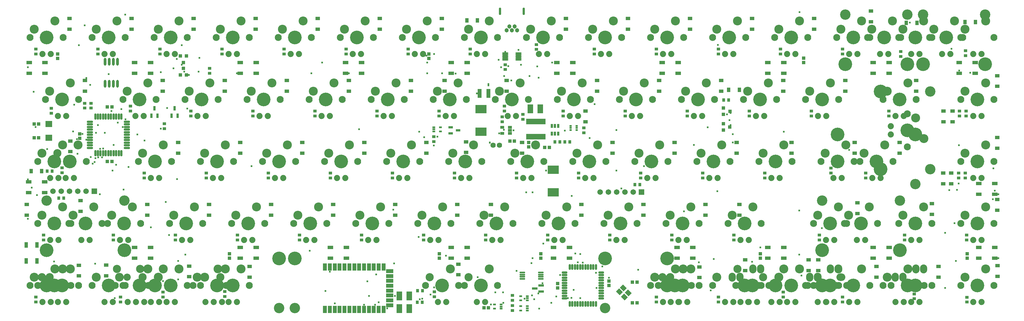
<source format=gbr>
%FSTAX23Y23*%
%MOIN*%
%SFA1B1*%

%IPPOS*%
%AMD83*
4,1,4,-0.041800,0.002800,0.002800,-0.041800,0.041800,-0.002800,-0.002800,0.041800,-0.041800,0.002800,0.0*
%
%ADD77R,0.035559X0.043433*%
%ADD78R,0.043433X0.035559*%
%ADD79R,0.056031X0.043827*%
%ADD80R,0.043429X0.067059*%
%ADD81R,0.043433X0.039496*%
%ADD82R,0.067055X0.110362*%
G04~CAMADD=83~9~0.0~0.0~631.2~552.4~0.0~0.0~0~0.0~0.0~0.0~0.0~0~0.0~0.0~0.0~0.0~0~0.0~0.0~0.0~135.0~836.0~835.0*
%ADD83D83*%
%ADD84O,0.029653X0.076897*%
%ADD85O,0.076897X0.029653*%
%ADD86O,0.029653X0.070992*%
%ADD87O,0.070992X0.029653*%
%ADD88R,0.035559X0.019811*%
%ADD89R,0.043827X0.056031*%
%ADD90R,0.039496X0.043433*%
%ADD91R,0.051307X0.110362*%
%ADD92R,0.031622X0.053275*%
%ADD93R,0.053275X0.031622*%
%ADD94R,0.137921X0.102488*%
%ADD95O,0.031622X0.094614*%
%ADD96O,0.069023X0.021779*%
%ADD97O,0.074929X0.019811*%
%ADD98R,0.027685X0.023748*%
%ADD99R,0.035559X0.023748*%
%ADD100R,0.078866X0.074929*%
%ADD101R,0.067059X0.043429*%
%ADD102R,0.043433X0.039496*%
%ADD103R,0.051307X0.033590*%
%ADD104R,0.232409X0.070992*%
%ADD105R,0.031622X0.051307*%
%ADD106R,0.039496X0.043433*%
%ADD107R,0.047370X0.086740*%
%ADD108R,0.086740X0.047370*%
%ADD109R,0.067055X0.031622*%
%ADD110C,0.074000*%
%ADD111C,0.165500*%
%ADD112C,0.051307*%
%ADD113O,0.029653X0.090677*%
%ADD114R,0.067055X0.067055*%
%ADD115C,0.067055*%
%ADD116C,0.064000*%
%ADD117O,0.086740X0.108000*%
%ADD118C,0.084000*%
%ADD119C,0.108000*%
%ADD120O,0.108000X0.090677*%
%ADD121O,0.094614X0.108000*%
%ADD122C,0.098551*%
%ADD123C,0.104456*%
%ADD124C,0.104653*%
%ADD125C,0.086740*%
%ADD126C,0.126110*%
%ADD127C,0.165500*%
%ADD128C,0.074000*%
%ADD129C,0.084000*%
%ADD130C,0.108000*%
%ADD131C,0.023787*%
%LNquadcube_65_pcb_soldermask_bot-1*%
%LPD*%
G54D77*
X11968Y06804D03*
X12027D03*
X09401Y05523D03*
X09342D03*
X09398Y05382D03*
X09339D03*
X05004Y06641D03*
X05063D03*
X04923Y06968D03*
X04864D03*
X13042Y0783D03*
X13101D03*
X11121Y07323D03*
X1118D03*
X11002D03*
X11062D03*
G54D78*
X11351Y07433D03*
Y07492D03*
X07011Y05512D03*
Y05453D03*
X06263Y05505D03*
Y05446D03*
X0575D03*
Y05387D03*
X06826Y08153D03*
Y08212D03*
X10401Y08257D03*
Y08198D03*
X10487Y05283D03*
Y05342D03*
X15891Y07636D03*
Y07695D03*
X14477Y08446D03*
Y08386D03*
X10487Y05406D03*
Y05465D03*
X06281Y07541D03*
Y07482D03*
X05394Y07731D03*
Y0779D03*
X05317Y07731D03*
Y0779D03*
X15881Y06886D03*
Y06945D03*
X10363Y07566D03*
Y07625D03*
X09537Y07384D03*
Y07325D03*
X14758Y06946D03*
Y06886D03*
X14336Y07004D03*
Y06945D03*
X1376Y05504D03*
Y05445D03*
X12977Y05446D03*
Y05386D03*
X04727Y05446D03*
Y05386D03*
X05665Y06196D03*
Y06136D03*
X04821Y06196D03*
Y06136D03*
X05045Y07008D03*
Y06949D03*
X14477Y05446D03*
Y05386D03*
X15343Y05483D03*
Y05424D03*
X15227Y06196D03*
Y06136D03*
X14196Y06196D03*
Y06136D03*
X12227Y05446D03*
Y05386D03*
X09543Y05509D03*
Y0545D03*
X15038Y07696D03*
Y07636D03*
X15979Y06195D03*
Y06136D03*
X15981Y05443D03*
Y05384D03*
X10163Y06196D03*
Y06136D03*
X09413Y06196D03*
Y06136D03*
X06413Y06196D03*
Y06136D03*
X07163Y06196D03*
Y06136D03*
X08663Y06196D03*
Y06136D03*
X07913Y06196D03*
Y06136D03*
X10913Y06196D03*
Y06136D03*
X11663Y06196D03*
Y06136D03*
X12413Y06196D03*
Y06136D03*
X13163Y06196D03*
Y06136D03*
X12601Y07696D03*
Y07636D03*
X13351Y07696D03*
Y07636D03*
X14101Y07696D03*
Y07636D03*
X12226Y08446D03*
Y08386D03*
X12976Y08446D03*
Y08386D03*
X13726Y08446D03*
Y08386D03*
X12788Y06946D03*
Y06886D03*
X13538Y06946D03*
Y06886D03*
X12038Y06946D03*
Y06886D03*
X11288Y06946D03*
Y06886D03*
X04915Y07728D03*
Y07669D03*
X08101Y07696D03*
Y07636D03*
X08851Y07696D03*
Y07636D03*
X07351Y07696D03*
Y07636D03*
X06601Y07696D03*
Y07636D03*
X06788Y06946D03*
Y06886D03*
X07538Y06946D03*
Y06886D03*
X06038Y06946D03*
Y06886D03*
X09226Y08446D03*
Y08386D03*
X08476Y08446D03*
Y08386D03*
X06976Y08446D03*
Y08386D03*
X08288Y06946D03*
Y06886D03*
X09038Y06946D03*
Y06886D03*
X10538Y06946D03*
Y06886D03*
X09788Y06946D03*
Y06886D03*
X05871Y07754D03*
Y07695D03*
X09601Y07696D03*
Y07636D03*
X10392Y07754D03*
Y07695D03*
X11851Y07696D03*
Y07636D03*
X11101Y07696D03*
Y07636D03*
X11476Y08446D03*
Y08386D03*
X10776Y085D03*
Y08441D03*
X09976Y08446D03*
Y08386D03*
X07726Y08446D03*
Y08386D03*
X06226Y08446D03*
Y08386D03*
X05476Y08446D03*
Y08386D03*
X04726Y08446D03*
Y08386D03*
X10615Y07654D03*
Y07595D03*
X15972Y07695D03*
Y07636D03*
X15962Y06945D03*
Y06886D03*
X15182Y08415D03*
Y08356D03*
X15964Y08425D03*
Y08366D03*
G54D79*
X14625Y07315D03*
Y07186D03*
X14658Y06585D03*
Y06456D03*
X14185Y05765D03*
Y05894D03*
X12747Y0581D03*
Y05681D03*
X14886Y05815D03*
Y05686D03*
X09833Y05842D03*
Y05714D03*
X07311Y05815D03*
Y05686D03*
X15806Y07696D03*
Y07567D03*
X15697Y07696D03*
Y07567D03*
X14821Y08904D03*
Y08776D03*
X15792Y06946D03*
Y06817D03*
X15694Y06946D03*
Y06817D03*
X04617Y06565D03*
Y06436D03*
X15167Y07315D03*
Y07186D03*
X14067Y05894D03*
Y05765D03*
X13301Y05894D03*
Y05765D03*
X06581Y0582D03*
Y05691D03*
X05578Y05831D03*
Y05702D03*
X06074Y06565D03*
Y06436D03*
X05246Y0583D03*
Y05701D03*
X05145Y07333D03*
Y07204D03*
X15636Y05815D03*
Y05686D03*
X15558Y06575D03*
Y06446D03*
X15369Y08066D03*
Y07937D03*
X16348Y06624D03*
Y06495D03*
X1635Y05826D03*
Y05697D03*
X10229Y06565D03*
Y06436D03*
X09822Y06565D03*
Y06436D03*
X06822Y06565D03*
Y06436D03*
X07572Y06565D03*
Y06436D03*
X09072Y06565D03*
Y06436D03*
X08322Y06565D03*
Y06436D03*
X11322Y06565D03*
Y06436D03*
X12072Y06565D03*
Y06436D03*
X12822Y06565D03*
Y06436D03*
X13231Y06566D03*
Y06437D03*
X1226Y08065D03*
Y07936D03*
X1301Y08065D03*
Y07936D03*
X1376Y08065D03*
Y07936D03*
X1451Y08065D03*
Y07936D03*
X12635Y08815D03*
Y08686D03*
X13385Y08815D03*
Y08686D03*
X14135Y08815D03*
Y08686D03*
X13197Y07315D03*
Y07186D03*
X13862Y07315D03*
Y07186D03*
X12447Y07315D03*
Y07186D03*
X11697Y07315D03*
Y07186D03*
X05322Y08065D03*
Y07936D03*
X0851Y08065D03*
Y07936D03*
X0926Y08065D03*
Y07936D03*
X0776Y08065D03*
Y07936D03*
X0701Y08065D03*
Y07936D03*
X07197Y07315D03*
Y07186D03*
X07947Y07315D03*
Y07186D03*
X06447Y07315D03*
Y07186D03*
X09635Y08815D03*
Y08686D03*
X08885Y08815D03*
Y08686D03*
X07385Y08815D03*
Y08686D03*
X08697Y07315D03*
Y07186D03*
X09929Y07323D03*
Y07194D03*
X0626Y08065D03*
Y07936D03*
X09668Y08065D03*
Y07936D03*
X10419Y08065D03*
Y07936D03*
X1151Y08065D03*
Y07936D03*
X11885Y08815D03*
Y08686D03*
X11135Y08815D03*
Y08686D03*
X08135Y08815D03*
Y08686D03*
X06635Y08815D03*
Y08686D03*
X05885Y08815D03*
Y08686D03*
X05135Y08815D03*
Y08686D03*
X10604Y07316D03*
Y07187D03*
X11371Y07566D03*
Y07695D03*
X09447Y07315D03*
Y07186D03*
X05267Y06611D03*
Y06482D03*
X16349Y08123D03*
Y07994D03*
X16347Y07374D03*
Y07245D03*
G54D80*
X04612Y06075D03*
X04742D03*
X04612Y05882D03*
X04742D03*
G54D81*
X11035Y05554D03*
Y05609D03*
X11655Y0564D03*
Y05585D03*
X10685Y07262D03*
Y07317D03*
X07069Y05969D03*
Y05914D03*
X13484Y05969D03*
Y05914D03*
X09603Y05915D03*
Y0597D03*
X05258Y0742D03*
Y07365D03*
X1083Y05969D03*
Y05914D03*
X0499Y08386D03*
Y08331D03*
X09479Y08386D03*
Y08331D03*
X15985Y05969D03*
Y05914D03*
X14008Y08281D03*
Y08336D03*
G54D82*
X10823Y07721D03*
X10705D03*
X09122Y05459D03*
X0924D03*
X09122Y05307D03*
X0924D03*
G54D83*
X11889Y05495D03*
X11828Y05556D03*
X11781Y05508D03*
X11842Y05447D03*
G54D84*
X05446Y07186D03*
X05478D03*
X05509D03*
X05541D03*
X05572D03*
X05604D03*
X05635D03*
X05667D03*
X05698D03*
X0573D03*
X05761D03*
Y0763D03*
X0573D03*
X05698D03*
X05667D03*
X05635D03*
X05604D03*
X05572D03*
X05541D03*
X05509D03*
X05478D03*
X05446D03*
G54D85*
X05826Y0725D03*
Y07282D03*
Y07313D03*
Y07345D03*
Y07376D03*
Y07408D03*
Y07439D03*
Y07471D03*
Y07502D03*
Y07534D03*
Y07565D03*
X05381D03*
Y07534D03*
Y07502D03*
Y07471D03*
Y07439D03*
Y07408D03*
Y07376D03*
Y07345D03*
Y07313D03*
Y07282D03*
Y0725D03*
G54D86*
X11181Y05363D03*
X11212D03*
X11244D03*
X11275D03*
X11307D03*
X11338D03*
X1137D03*
X11401D03*
X11433D03*
X11464D03*
X11496D03*
Y05808D03*
X11464D03*
X11433D03*
X11401D03*
X1137D03*
X11338D03*
X11307D03*
X11275D03*
X11244D03*
X11212D03*
X11181D03*
G54D87*
X11561Y05428D03*
Y05459D03*
Y05491D03*
Y05522D03*
Y05554D03*
Y05585D03*
Y05617D03*
Y05648D03*
Y0568D03*
Y05711D03*
Y05743D03*
X11116D03*
Y05711D03*
Y0568D03*
Y05648D03*
Y05617D03*
Y05585D03*
Y05554D03*
Y05522D03*
Y05491D03*
Y05459D03*
Y05428D03*
G54D88*
X1027Y05355D03*
Y05304D03*
X10351D03*
Y05329D03*
Y05355D03*
X10586Y05334D03*
Y05283D03*
X10667D03*
Y05309D03*
Y05334D03*
X10586Y05457D03*
Y05406D03*
X10667D03*
Y05432D03*
Y05457D03*
G54D89*
X04799Y06968D03*
X0467D03*
X13101Y07952D03*
X1323D03*
X10065Y08791D03*
X09936D03*
X15378Y08763D03*
X15249D03*
X16085Y08772D03*
X15956D03*
G54D90*
X04706Y0754D03*
X04761D03*
X04707Y07371D03*
X04762D03*
X05592Y07085D03*
X05647D03*
Y07746D03*
X05592D03*
X10457Y07331D03*
X10512D03*
X10879Y07254D03*
X10935D03*
X11995Y05626D03*
X11939D03*
Y05374D03*
X11995D03*
X10143Y05315D03*
X10198D03*
G54D91*
X1009Y07909D03*
X10196D03*
G54D92*
X0616Y07728D03*
X06123Y07639D03*
X06197D03*
X06404Y07728D03*
X06367Y07639D03*
X06441D03*
G54D93*
X0983Y07462D03*
X09742Y075D03*
Y07425D03*
G54D94*
X10982Y06985D03*
Y06711D03*
X10106Y07719D03*
Y07445D03*
G54D95*
X05564Y08292D03*
X05614D03*
X05664D03*
X05714D03*
X05564Y08024D03*
X05614D03*
X05664D03*
X05714D03*
G54D96*
X10832Y05743D03*
Y05717D03*
Y05691D03*
Y05666D03*
X10606Y05743D03*
Y05717D03*
Y05691D03*
Y05666D03*
G54D97*
X10562Y08395D03*
Y08375D03*
Y08356D03*
Y08336D03*
Y08316D03*
X10401Y08395D03*
Y08375D03*
Y08356D03*
Y08336D03*
Y08316D03*
G54D98*
X11265Y07517D03*
Y07492D03*
Y07466D03*
X1119D03*
Y07492D03*
Y07517D03*
G54D99*
X09618Y07448D03*
Y075D03*
X09537D03*
Y07474D03*
Y07448D03*
G54D100*
X04884Y07371D03*
Y0754D03*
G54D101*
X16317Y06818D03*
Y06688D03*
X16124Y06818D03*
Y06688D03*
X06114Y06044D03*
Y05914D03*
X05922Y06044D03*
Y05914D03*
X07197D03*
Y06044D03*
X0739Y05914D03*
Y06044D03*
X0848D03*
Y05914D03*
X08287Y06044D03*
Y05914D03*
X09748D03*
Y06044D03*
X09941Y05914D03*
Y06044D03*
X11177D03*
Y05914D03*
X10984Y06044D03*
Y05914D03*
X12476D03*
Y06044D03*
X12668Y05914D03*
Y06044D03*
X13767D03*
Y05914D03*
X13574Y06044D03*
Y05914D03*
X14849D03*
Y06044D03*
X15042Y05914D03*
Y06044D03*
X16317D03*
Y05914D03*
X16125Y06044D03*
Y05914D03*
X15888Y08151D03*
Y08281D03*
X16081Y08151D03*
Y08281D03*
X15042D03*
Y08151D03*
X14849Y08281D03*
Y08151D03*
X13574D03*
Y08281D03*
X13767Y08151D03*
Y08281D03*
X12491D03*
Y08151D03*
X12298Y08281D03*
Y08151D03*
X11023D03*
Y08281D03*
X11216Y08151D03*
Y08281D03*
X09941D03*
Y08151D03*
X09748Y08281D03*
Y08151D03*
X08472D03*
Y08281D03*
X08665Y08151D03*
Y08281D03*
X0739D03*
Y08151D03*
X07197Y08281D03*
Y08151D03*
X05922D03*
Y08281D03*
X06114Y08151D03*
Y08281D03*
X04839D03*
Y08151D03*
X04646Y08281D03*
Y08151D03*
X04835Y06838D03*
Y06708D03*
X04642Y06838D03*
Y06708D03*
G54D102*
X13115Y07503D03*
X13036Y07541D03*
Y07466D03*
X13116Y07693D03*
X13037Y07731D03*
Y07656D03*
G54D103*
X10457Y075D03*
Y07463D03*
Y07426D03*
X10363D03*
Y075D03*
G54D104*
X10771Y07384D03*
Y07569D03*
G54D105*
X10965Y07517D03*
X11002D03*
X1104D03*
Y07423D03*
X11002D03*
X10965D03*
G54D106*
X06549Y08133D03*
X06474D03*
Y08361D03*
X06549D03*
X06511Y08282D03*
Y08212D03*
G54D107*
X08222Y05809D03*
X08281D03*
X08931D03*
X08399D03*
X0834D03*
X08576D03*
X08635D03*
X08517D03*
X08458D03*
X08694D03*
X08753D03*
X08872D03*
X08812D03*
Y05297D03*
X08872D03*
X08753D03*
X08694D03*
X08458D03*
X08517D03*
X08635D03*
X08576D03*
X0834D03*
X08399D03*
X08931D03*
X08281D03*
X08222D03*
G54D108*
X09003Y05405D03*
Y05346D03*
Y05523D03*
Y05582D03*
Y05759D03*
Y057D03*
Y05641D03*
Y05464D03*
G54D109*
X10833Y05587D03*
Y05512D03*
X10758Y0555D03*
G54D110*
X15062Y07411D03*
X05001Y06886D03*
X05844Y06136D03*
X05188Y06886D03*
X15032Y08386D03*
X15407D03*
X14938Y06886D03*
X15218Y07636D03*
X05376Y06136D03*
X05001D03*
X16157Y08386D03*
X15782D03*
X14657D03*
X05838Y05386D03*
X14751Y06136D03*
X14376D03*
X07157Y05386D03*
X10157D03*
X12601D03*
X12401D03*
X09688D03*
X13719D03*
X14376D03*
X14176D03*
X13244D03*
X13907D03*
X14657D03*
X13444D03*
X13157D03*
X15307D03*
X14557D03*
X13807D03*
X15119D03*
X14276D03*
X13057D03*
X14276Y06136D03*
X15118Y07636D03*
X15062Y07511D03*
X14838Y06886D03*
X14369D03*
X12307Y05386D03*
X13338D03*
X13619D03*
X14282D03*
X12501D03*
X10057D03*
X12494D03*
X13344D03*
X09588D03*
X07057D03*
X06876D03*
X05938D03*
X06307D03*
X05557D03*
X06119D03*
X04807D03*
X05276Y06136D03*
X05744D03*
X04994Y05386D03*
X05088Y06886D03*
X04901Y06136D03*
Y06886D03*
X15307Y08386D03*
X15682D03*
X16057D03*
X14651Y06136D03*
X14932Y08386D03*
X14557D03*
X14469Y06886D03*
X15219Y05386D03*
X15407D03*
X04907D03*
X05094D03*
X05657D03*
X06407D03*
X06219D03*
X06038D03*
X06976D03*
X06776D03*
G54D111*
X04951Y07086D03*
X15732Y08586D03*
X15357Y05586D03*
X14607D03*
X13857D03*
X15263D03*
X14326D03*
Y06336D03*
X15168Y07836D03*
X15262Y07461D03*
X14888Y07086D03*
X14419D03*
X12357Y05586D03*
X13388D03*
X13669D03*
X14232D03*
X12451D03*
X10107Y05586D03*
X12544Y05586D03*
X13294D03*
X09638D03*
X07107D03*
X06919D03*
X06357D03*
X05607D03*
X06169D03*
X04857D03*
X05982D03*
X05326Y06336D03*
X05794D03*
X05044Y05586D03*
X04951D03*
X05138Y07086D03*
X04951Y06336D03*
X15357Y08586D03*
X14701Y06336D03*
X14982Y08586D03*
X14607D03*
X15358Y07411D03*
X14418D03*
X12356Y05911D03*
X14231Y06011D03*
X15171D03*
X11608Y05911D03*
X07856D03*
X07668D03*
X14512Y08261D03*
X15262D03*
X14937Y07931D03*
X15452Y08261D03*
X16202D03*
X14937Y06991D03*
X05796Y06011D03*
X04856D03*
G54D112*
X10513Y0872D03*
X1045D03*
X10545Y08673D03*
X10419D03*
X10482D03*
G54D113*
X10625Y08903D03*
X10338D03*
G54D114*
X05434Y06724D03*
X12048Y06715D03*
G54D115*
X05334Y06724D03*
X05234D03*
X05134D03*
X05034D03*
X04934D03*
X11948Y06715D03*
X11848D03*
X11748D03*
X11648D03*
X11548D03*
G54D116*
X10332Y07281D03*
X10253D03*
G54D117*
X15457Y05786D03*
X15207Y05686D03*
X15113D03*
X15363Y05786D03*
X13488D03*
X13238Y05686D03*
X14332Y05786D03*
X14082Y05686D03*
X13144D03*
X13394Y05786D03*
G54D118*
X15557Y05586D03*
X14407D03*
X14807D03*
X14057D03*
X15463D03*
X15063D03*
X14969D03*
X14526D03*
X14126D03*
X12907D03*
X14126Y06336D03*
X14526D03*
X14968Y07836D03*
X15368D03*
X15262Y07661D03*
Y07261D03*
X14688Y07086D03*
X15088D03*
X14219D03*
X14619D03*
X12157Y05586D03*
X13188D03*
X13588D03*
X13469D03*
X14032D03*
X14432D03*
X12651D03*
X12251D03*
X09907D03*
X10307D03*
X12744D03*
X09438Y05587D03*
X09838D03*
X13494Y05586D03*
X07307D03*
X06719D03*
X07026D03*
X06626D03*
X05688D03*
X06088D03*
X06557D03*
X05807D03*
X05407D03*
X04657D03*
X05782D03*
X05526Y06336D03*
X05126D03*
X05994D03*
X05594D03*
X05244Y05586D03*
X04751D03*
X05151D03*
X05338Y07086D03*
X05151Y06336D03*
X04751D03*
Y07086D03*
X15157Y08586D03*
X15557D03*
X15532D03*
X15932D03*
X15907D03*
X16307D03*
X14501Y06336D03*
X14901D03*
X15182Y08586D03*
X14782D03*
X14407D03*
X14807D03*
G54D119*
X14707Y05786D03*
X13957D03*
X13707Y05686D03*
X15269Y05786D03*
X15019Y05686D03*
X12957D03*
X14426Y06536D03*
X14176Y06436D03*
X15268Y08036D03*
X15018Y07936D03*
X15462Y07361D03*
X15362Y07611D03*
X14988Y07286D03*
X14738Y07186D03*
X14519Y07286D03*
X14269Y07186D03*
X12457Y05786D03*
X12207Y05686D03*
X13769Y05786D03*
X12551D03*
X10207D03*
X12644D03*
X09738D03*
X07207D03*
X06769Y05686D03*
X07019Y05786D03*
X06676Y05686D03*
X06457Y05786D03*
X06207Y05686D03*
X05457D03*
X06269Y05786D03*
X04707Y05686D03*
X04957Y05786D03*
X06082D03*
X05176Y06436D03*
X05426Y06536D03*
X05644Y06436D03*
X05894Y06536D03*
X05144Y05786D03*
X05051D03*
X05238Y07286D03*
X04801Y06436D03*
X05051Y06536D03*
X04801Y07186D03*
X05051Y07286D03*
X15457Y08786D03*
X15207Y08686D03*
X15832Y08786D03*
X15582Y08686D03*
X16207Y08786D03*
X15957Y08686D03*
X14801Y06536D03*
X14551Y06436D03*
X14832Y08686D03*
X15082Y08786D03*
X14707D03*
X14457Y08686D03*
G54D120*
X14457Y05686D03*
G54D121*
X14176Y05686D03*
X14426Y05786D03*
G54D122*
X13207Y05786D03*
X13519Y05686D03*
X12301D03*
X09957D03*
X12394D03*
X09488D03*
X06957D03*
X05988Y05786D03*
X05707D03*
X06019Y05686D03*
X04894D03*
X04801D03*
X04988Y07186D03*
G54D123*
X06926Y05786D03*
G54D124*
X05738Y05686D03*
G54D125*
X05832Y05686D03*
G54D126*
X11608Y05311D03*
X15171Y06611D03*
X15358Y06811D03*
X07668Y05311D03*
X07856D03*
X14512Y08861D03*
X15262D03*
X16202D03*
X15537Y06991D03*
X15452Y08861D03*
X15537Y07931D03*
X05796Y06611D03*
X04856D03*
X14231D03*
G54D127*
X16107Y07836D03*
Y07086D03*
X11043Y06336D03*
X11793D03*
X10293D03*
X09543D03*
X12543D03*
X13293D03*
X15357D03*
X08231Y07836D03*
X08981D03*
X07481D03*
X06731D03*
X09731D03*
X10481D03*
X11981D03*
X11231D03*
X06918Y07086D03*
X07668D03*
X06168D03*
X12731Y07836D03*
X13481D03*
X14231D03*
X12356Y08586D03*
X13106D03*
X11606D03*
X10856D03*
X13856D03*
X09356D03*
X10106D03*
X08606D03*
X07856D03*
X04856D03*
X05606D03*
X07106D03*
X06356D03*
X06543Y06336D03*
X07293D03*
X08793D03*
X08043D03*
X12918Y07086D03*
X13668D03*
X12168D03*
X11418D03*
X08418D03*
X09168D03*
X10668D03*
X09918D03*
X05043Y07836D03*
X05981D03*
X16107Y05586D03*
Y06336D03*
G54D128*
X16157Y07636D03*
X16057D03*
Y06886D03*
X16157D03*
X11093Y06136D03*
X10993D03*
X11743D03*
X11843D03*
X10343D03*
X10243D03*
X09493D03*
X09593D03*
X12593D03*
X12493D03*
X13243D03*
X13343D03*
X15407D03*
X15307D03*
X08181Y07636D03*
X08281D03*
X09031D03*
X08931D03*
X07431D03*
X07531D03*
X06781D03*
X06681D03*
X09681D03*
X09781D03*
X10531D03*
X10431D03*
X11931D03*
X12031D03*
X11281D03*
X11181D03*
X06868Y06886D03*
X06968D03*
X07718D03*
X07618D03*
X06118D03*
X06218D03*
X12781Y07636D03*
X12681D03*
X13431D03*
X13531D03*
X14281D03*
X14181D03*
X12306Y08386D03*
X12406D03*
X13156D03*
X13056D03*
X11556D03*
X11656D03*
X10906D03*
X10806D03*
X13806D03*
X13906D03*
X09406D03*
X09306D03*
X10056D03*
X10156D03*
X08656D03*
X08556D03*
X07806D03*
X07906D03*
X04906D03*
X04806D03*
X05556D03*
X05656D03*
X07156D03*
X07056D03*
X06306D03*
X06406D03*
X06593Y06136D03*
X06493D03*
X07243D03*
X07343D03*
X08843D03*
X08743D03*
X07993D03*
X08093D03*
X12968Y06886D03*
X12868D03*
X13618D03*
X13718D03*
X12218D03*
X12118D03*
X11368D03*
X11468D03*
X08468D03*
X08368D03*
X09118D03*
X09218D03*
X10718D03*
X10618D03*
X09868D03*
X09968D03*
X05093Y07636D03*
X04993D03*
X05931D03*
X06031D03*
X16157Y05386D03*
X16057D03*
Y06136D03*
X16157D03*
G54D129*
X16307Y07836D03*
X15907D03*
Y07086D03*
X16307D03*
X11243Y06336D03*
X10843D03*
X11593D03*
X11993D03*
X10493D03*
X10093D03*
X09343D03*
X09743D03*
X12743D03*
X12343D03*
X13093D03*
X13493D03*
X15557D03*
X15157D03*
X08031Y07836D03*
X08431D03*
X09181D03*
X08781D03*
X07281D03*
X07681D03*
X06931D03*
X06531D03*
X09531D03*
X09931D03*
X10681D03*
X10281D03*
X11781D03*
X12181D03*
X11431D03*
X11031D03*
X06718Y07086D03*
X07118D03*
X07868D03*
X07468D03*
X05968D03*
X06368D03*
X12931Y07836D03*
X12531D03*
X13281D03*
X13681D03*
X14431D03*
X14031D03*
X12156Y08586D03*
X12556D03*
X13306D03*
X12906D03*
X11406D03*
X11806D03*
X11056D03*
X10656D03*
X13656D03*
X14056D03*
X09556D03*
X09156D03*
X09906D03*
X10306D03*
X08806D03*
X08406D03*
X07656D03*
X08056D03*
X05056D03*
X04656D03*
X05406D03*
X05806D03*
X07306D03*
X06906D03*
X06156D03*
X06556D03*
X06743Y06336D03*
X06343D03*
X07093D03*
X07493D03*
X08993D03*
X08593D03*
X07843D03*
X08243D03*
X13118Y07086D03*
X12718D03*
X13468D03*
X13868D03*
X12368D03*
X11968D03*
X11218D03*
X11618D03*
X08618D03*
X08218D03*
X08968D03*
X09368D03*
X10868D03*
X10468D03*
X09718D03*
X10118D03*
X05243Y07836D03*
X04843D03*
X05781D03*
X06181D03*
X16307Y05586D03*
X15907D03*
Y06336D03*
X16307D03*
G54D130*
X16207Y08036D03*
X15957Y07936D03*
Y07186D03*
X16207Y07286D03*
X11143Y06536D03*
X10893Y06436D03*
X11643D03*
X11893Y06536D03*
X10393D03*
X10143Y06436D03*
X09393D03*
X09643Y06536D03*
X12643D03*
X12393Y06436D03*
X13143D03*
X13393Y06536D03*
X15457D03*
X15207Y06436D03*
X08081Y07936D03*
X08331Y08036D03*
X09081D03*
X08831Y07936D03*
X07331D03*
X07581Y08036D03*
X06831D03*
X06581Y07936D03*
X09581D03*
X09831Y08036D03*
X10581D03*
X10331Y07936D03*
X11831D03*
X12081Y08036D03*
X11331D03*
X11081Y07936D03*
X06768Y07186D03*
X07018Y07286D03*
X07768D03*
X07518Y07186D03*
X06018D03*
X06268Y07286D03*
X12831Y08036D03*
X12581Y07936D03*
X13331D03*
X13581Y08036D03*
X14331D03*
X14081Y07936D03*
X12206Y08686D03*
X12456Y08786D03*
X13206D03*
X12956Y08686D03*
X11456D03*
X11706Y08786D03*
X10956D03*
X10706Y08686D03*
X13706D03*
X13956Y08786D03*
X09456D03*
X09206Y08686D03*
X09956D03*
X10206Y08786D03*
X08706D03*
X08456Y08686D03*
X07706D03*
X07956Y08786D03*
X04956D03*
X04706Y08686D03*
X05456D03*
X05706Y08786D03*
X07206D03*
X06956Y08686D03*
X06206D03*
X06456Y08786D03*
X06643Y06536D03*
X06393Y06436D03*
X07143D03*
X07393Y06536D03*
X08893D03*
X08643Y06436D03*
X07893D03*
X08143Y06536D03*
X13018Y07286D03*
X12768Y07186D03*
X13518D03*
X13768Y07286D03*
X12268D03*
X12018Y07186D03*
X11268D03*
X11518Y07286D03*
X08518D03*
X08268Y07186D03*
X09018D03*
X09268Y07286D03*
X10768D03*
X10518Y07186D03*
X09768D03*
X10018Y07286D03*
X05143Y08036D03*
X04893Y07936D03*
X05831D03*
X06081Y08036D03*
X16207Y05786D03*
X15957Y05686D03*
Y06436D03*
X16207Y06536D03*
G54D131*
X15847Y05883D03*
X16317Y06732D03*
X16301Y07002D03*
X10592Y08254D03*
X10385Y0747D03*
X10654Y06711D03*
X1073Y05914D03*
X06694Y08171D03*
X04948Y05876D03*
X04864Y07236D03*
X11482Y0778D03*
X10536Y05763D03*
X12007Y05776D03*
X10802Y0549D03*
X10378Y05375D03*
X0649Y08254D03*
Y08492D03*
X05249D03*
X0519Y07772D03*
X10562Y08435D03*
X06391Y08212D03*
X11159Y05431D03*
X0884Y0572D03*
X12848Y075D03*
X10959Y05377D03*
X10724Y05466D03*
X05811Y07595D03*
X06118Y06288D03*
X13956Y08891D03*
X05806Y08862D03*
X05761Y07718D03*
X16293Y06629D03*
X12964Y06726D03*
X05607Y08143D03*
X05717Y07554D03*
X14559Y07224D03*
X1268Y07286D03*
X13768Y07444D03*
X09049Y06501D03*
X08635Y07474D03*
X11496Y05739D03*
X0936Y07447D03*
X12077Y07028D03*
X14229Y06278D03*
X05848Y0702D03*
X06297Y06597D03*
X05698Y07045D03*
X1297Y08495D03*
X1256Y06483D03*
X05667Y07286D03*
X05336Y07349D03*
X04677Y06769D03*
X13082Y07656D03*
X12885Y05526D03*
X10789Y08235D03*
X11338Y05863D03*
X11307Y05967D03*
X15884Y07283D03*
X13483Y06044D03*
X1292Y05905D03*
X1636Y06688D03*
Y05914D03*
X16021Y08158D03*
X15881Y06818D03*
X10966Y08281D03*
X10389Y0812D03*
X08056Y08151D03*
X04631Y06868D03*
X05682Y05433D03*
X13981Y05705D03*
X15767Y0674D03*
X0834Y05368D03*
X08228Y0552D03*
X09367Y05418D03*
X08694Y05351D03*
X09066Y0546D03*
X08753D03*
X08975Y05308D03*
X08828Y05351D03*
X06432Y08325D03*
X06313Y07732D03*
X11203Y06668D03*
X10894Y06977D03*
X05654D03*
X047Y0793D03*
X0474Y0668D03*
X05953Y07413D03*
X05478Y07527D03*
X11307Y05431D03*
X0958Y07385D03*
X09542Y05562D03*
X09355Y06173D03*
X11063Y05711D03*
X10851Y05611D03*
X05231Y07179D03*
X0539Y07138D03*
X13954Y05959D03*
X05413Y07058D03*
X09058Y05853D03*
X08039Y06004D03*
X05443Y05848D03*
X13152Y07315D03*
Y07416D03*
X0604Y07339D03*
X05541Y07242D03*
X112Y05434D03*
X10635Y05424D03*
X11016Y05452D03*
X1075Y05418D03*
X05316Y08731D03*
X05439Y0708D03*
X10804Y081D03*
X05502Y06689D03*
X12741Y05864D03*
X10719Y05856D03*
X06449Y0566D03*
X06434Y06873D03*
X06339Y06196D03*
X06263Y05638D03*
X1028Y05503D03*
X10067Y05684D03*
X10374Y05503D03*
X10227Y05355D03*
X08872Y05383D03*
X11276Y05865D03*
X10694Y0812D03*
X07334Y07028D03*
X09422Y07379D03*
X05777Y07502D03*
X05788Y06744D03*
X11805Y06758D03*
X10198Y08022D03*
X10213Y07312D03*
X11744Y06977D03*
Y07466D03*
X06447Y05883D03*
X0652Y08171D03*
X06238Y08165D03*
Y07483D03*
X15794Y0845D03*
X1073Y06711D03*
X06533Y05958D03*
X11122Y0746D03*
X11229Y05532D03*
X10326Y07427D03*
X10199Y08005D03*
X10213Y07314D03*
X10352Y08225D03*
X10812Y05307D03*
X08281Y05751D03*
X09456Y08151D03*
X11421Y07369D03*
X10861Y06091D03*
X09684Y05945D03*
X08734Y05635D03*
X06576Y08133D03*
X06558Y07727D03*
X15716Y06223D03*
X15831Y06338D03*
X15862Y06742D03*
X15716Y05557D03*
X06338Y06196D03*
X13954Y06493D03*
X05223Y07355D03*
X10474Y08065D03*
X05446Y07125D03*
X05529Y07134D03*
X05505Y07238D03*
X05482Y07137D03*
X1529Y08767D03*
X09498Y05477D03*
X04631Y08227D03*
X08186Y08281D03*
X09456D03*
X11574Y05816D03*
X13385Y05873D03*
X04632Y06391D03*
X06703Y08339D03*
X11247Y05973D03*
X05339Y08095D03*
X05383Y08013D03*
X10321Y08316D03*
X11503Y05554D03*
X11655Y05679D03*
X09538Y07278D03*
X105Y07463D03*
X10439Y08239D03*
X10401Y08411D03*
X10058Y07909D03*
X07157Y08151D03*
X09396Y05424D03*
X15886Y08184D03*
X05642Y07696D03*
X08511Y08152D03*
X04723Y07501D03*
X0529Y07419D03*
X05179Y07448D03*
X05455Y07432D03*
X05562D03*
X09637Y08151D03*
X09449Y08366D03*
X09542Y08386D03*
X09801Y08148D03*
X13125Y07672D03*
X13124Y07526D03*
X13111Y07584D03*
M02*
</source>
